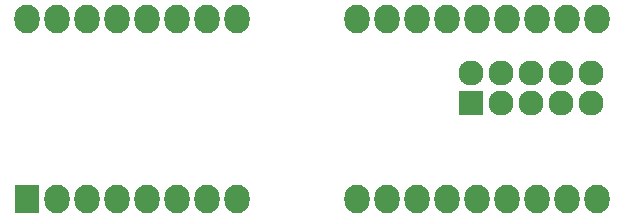
<source format=gbs>
G04 #@! TF.FileFunction,Soldermask,Bot*
%FSLAX46Y46*%
G04 Gerber Fmt 4.6, Leading zero omitted, Abs format (unit mm)*
G04 Created by KiCad (PCBNEW (2015-08-16 BZR 6097, Git b384c94)-product) date 11/17/2015 9:28:50 PM*
%MOMM*%
G01*
G04 APERTURE LIST*
%ADD10C,0.100000*%
%ADD11R,2.127200X2.127200*%
%ADD12O,2.127200X2.127200*%
%ADD13O,2.127200X2.432000*%
%ADD14R,2.127200X2.432000*%
G04 APERTURE END LIST*
D10*
D11*
X149352000Y-87884000D03*
D12*
X149352000Y-85344000D03*
X151892000Y-87884000D03*
X151892000Y-85344000D03*
X154432000Y-87884000D03*
X154432000Y-85344000D03*
X156972000Y-87884000D03*
X156972000Y-85344000D03*
X159512000Y-87884000D03*
X159512000Y-85344000D03*
D13*
X139700000Y-80772000D03*
X111760000Y-80772000D03*
X114300000Y-80772000D03*
X116840000Y-80772000D03*
X119380000Y-80772000D03*
X121920000Y-80772000D03*
X124460000Y-80772000D03*
X127000000Y-80772000D03*
X129540000Y-80772000D03*
X144780000Y-80772000D03*
X147320000Y-80772000D03*
X149860000Y-80772000D03*
X152400000Y-80772000D03*
X154940000Y-80772000D03*
X157480000Y-80772000D03*
X160020000Y-80772000D03*
X142240000Y-80772000D03*
X139700000Y-96012000D03*
D14*
X111760000Y-96012000D03*
D13*
X114300000Y-96012000D03*
X116840000Y-96012000D03*
X119380000Y-96012000D03*
X121920000Y-96012000D03*
X124460000Y-96012000D03*
X127000000Y-96012000D03*
X129540000Y-96012000D03*
X144780000Y-96012000D03*
X147320000Y-96012000D03*
X149860000Y-96012000D03*
X152400000Y-96012000D03*
X154940000Y-96012000D03*
X157480000Y-96012000D03*
X160020000Y-96012000D03*
X142240000Y-96012000D03*
M02*

</source>
